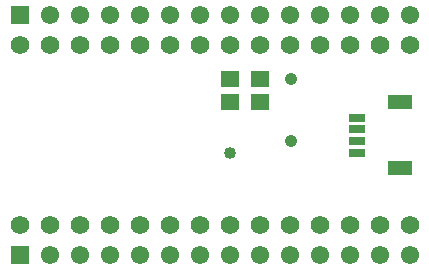
<source format=gbs>
G04 DipTrace 3.3.1.3*
G04 T3-4-Breakout.gbs*
%MOIN*%
G04 #@! TF.FileFunction,Soldermask,Bot*
G04 #@! TF.Part,Single*
%ADD26C,0.06194*%
%ADD27C,0.04*%
%ADD32C,0.042*%
%ADD36R,0.061055X0.053181*%
%ADD38R,0.05515X0.025622*%
%ADD40R,0.08074X0.049244*%
%ADD42C,0.061055*%
%ADD44R,0.061055X0.061055*%
%FSLAX26Y26*%
G04*
G70*
G90*
G75*
G01*
G04 BotMask*
%LPD*%
D32*
X1349850Y1031102D3*
Y824015D3*
D27*
X1143700Y784645D3*
D44*
X443700Y1243700D3*
D42*
X543700D3*
X643700D3*
X743700D3*
X843700D3*
X943700D3*
X1043700D3*
X1143700D3*
X1243700D3*
X1343700D3*
X1443700D3*
X1543700D3*
X1643700D3*
X1743700D3*
D44*
X443700Y443700D3*
D42*
X543700D3*
X643700D3*
X743700D3*
X843700D3*
X943700D3*
X1043700D3*
X1143700D3*
X1243700D3*
X1343700D3*
X1443700D3*
X1543700D3*
X1643700D3*
X1743700D3*
D40*
X1713385Y953936D3*
Y733464D3*
D38*
X1568700Y902755D3*
Y863385D3*
Y824015D3*
Y784645D3*
D36*
X1243700Y956298D3*
Y1031102D3*
X1143700Y956298D3*
Y1031102D3*
D26*
X443700Y543700D3*
X543700D3*
X643700D3*
X743700D3*
X843700D3*
X943700D3*
X1043700D3*
X1143700D3*
X1243700D3*
X1343700D3*
X1443700D3*
X1543700D3*
X1643700D3*
X1743700D3*
Y1143700D3*
X1643700D3*
X1543700D3*
X1443700D3*
X1343700D3*
X1243700D3*
X1143700D3*
X1043700D3*
X943700D3*
X843700D3*
X743700D3*
X643700D3*
X543700D3*
X443700D3*
M02*

</source>
